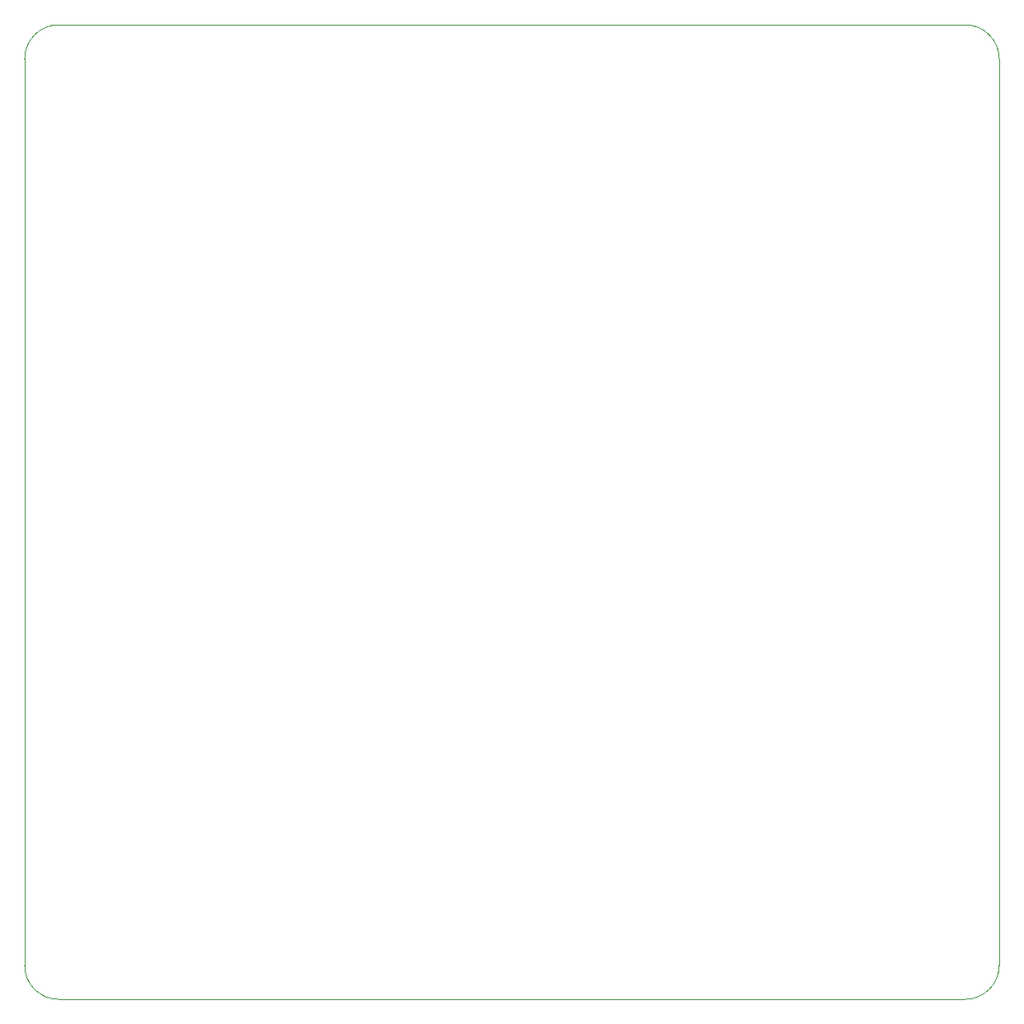
<source format=gbr>
%TF.GenerationSoftware,KiCad,Pcbnew,(5.1.10)-1*%
%TF.CreationDate,2021-09-10T20:59:57+02:00*%
%TF.ProjectId,LED_Cube_5X5X5,4c45445f-4375-4626-955f-35583558352e,rev?*%
%TF.SameCoordinates,Original*%
%TF.FileFunction,Profile,NP*%
%FSLAX46Y46*%
G04 Gerber Fmt 4.6, Leading zero omitted, Abs format (unit mm)*
G04 Created by KiCad (PCBNEW (5.1.10)-1) date 2021-09-10 20:59:57*
%MOMM*%
%LPD*%
G01*
G04 APERTURE LIST*
%TA.AperFunction,Profile*%
%ADD10C,0.050000*%
%TD*%
G04 APERTURE END LIST*
D10*
X102000000Y-57500000D02*
G75*
G02*
X105500000Y-54000000I3500000J0D01*
G01*
X102000000Y-150500000D02*
X102000000Y-57500000D01*
X105500000Y-154000000D02*
G75*
G02*
X102000000Y-150500000I0J3500000D01*
G01*
X198500000Y-154000000D02*
X105500000Y-154000000D01*
X202000000Y-150500000D02*
G75*
G02*
X198500000Y-154000000I-3500000J0D01*
G01*
X202000000Y-57500000D02*
X202000000Y-150500000D01*
X198500000Y-54000000D02*
G75*
G02*
X202000000Y-57500000I0J-3500000D01*
G01*
X105500000Y-54000000D02*
X198500000Y-54000000D01*
M02*

</source>
